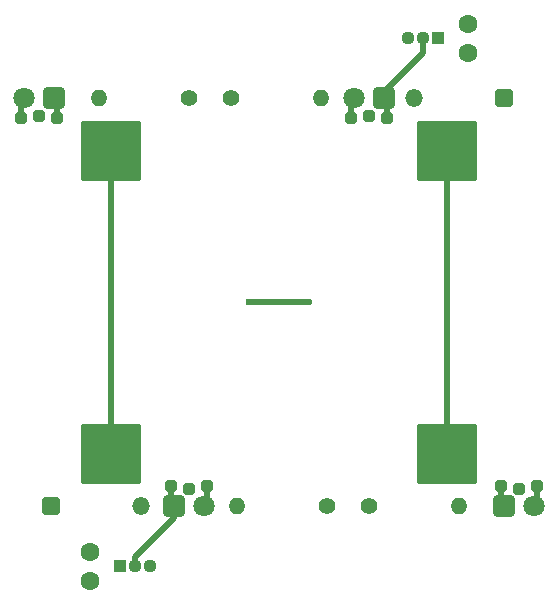
<source format=gbr>
%TF.GenerationSoftware,KiCad,Pcbnew,8.0.6-8.0.6-0~ubuntu24.04.1*%
%TF.CreationDate,2024-12-02T23:57:07-05:00*%
%TF.ProjectId,hack_badge,6861636b-5f62-4616-9467-652e6b696361,v1*%
%TF.SameCoordinates,Original*%
%TF.FileFunction,Copper,L1,Top*%
%TF.FilePolarity,Positive*%
%FSLAX46Y46*%
G04 Gerber Fmt 4.6, Leading zero omitted, Abs format (unit mm)*
G04 Created by KiCad (PCBNEW 8.0.6-8.0.6-0~ubuntu24.04.1) date 2024-12-02 23:57:07*
%MOMM*%
%LPD*%
G01*
G04 APERTURE LIST*
G04 Aperture macros list*
%AMRoundRect*
0 Rectangle with rounded corners*
0 $1 Rounding radius*
0 $2 $3 $4 $5 $6 $7 $8 $9 X,Y pos of 4 corners*
0 Add a 4 corners polygon primitive as box body*
4,1,4,$2,$3,$4,$5,$6,$7,$8,$9,$2,$3,0*
0 Add four circle primitives for the rounded corners*
1,1,$1+$1,$2,$3*
1,1,$1+$1,$4,$5*
1,1,$1+$1,$6,$7*
1,1,$1+$1,$8,$9*
0 Add four rect primitives between the rounded corners*
20,1,$1+$1,$2,$3,$4,$5,0*
20,1,$1+$1,$4,$5,$6,$7,0*
20,1,$1+$1,$6,$7,$8,$9,0*
20,1,$1+$1,$8,$9,$2,$3,0*%
G04 Aperture macros list end*
%TA.AperFunction,SMDPad,CuDef*%
%ADD10RoundRect,0.166667X-0.333333X-0.333333X0.333333X-0.333333X0.333333X0.333333X-0.333333X0.333333X0*%
%TD*%
%TA.AperFunction,ComponentPad*%
%ADD11RoundRect,0.250000X-0.650000X-0.650000X0.650000X-0.650000X0.650000X0.650000X-0.650000X0.650000X0*%
%TD*%
%TA.AperFunction,ComponentPad*%
%ADD12C,1.800000*%
%TD*%
%TA.AperFunction,SMDPad,CuDef*%
%ADD13RoundRect,0.250000X-0.250000X-0.250000X0.250000X-0.250000X0.250000X0.250000X-0.250000X0.250000X0*%
%TD*%
%TA.AperFunction,SMDPad,CuDef*%
%ADD14RoundRect,0.166667X0.333333X0.333333X-0.333333X0.333333X-0.333333X-0.333333X0.333333X-0.333333X0*%
%TD*%
%TA.AperFunction,ComponentPad*%
%ADD15RoundRect,0.250000X0.650000X0.650000X-0.650000X0.650000X-0.650000X-0.650000X0.650000X-0.650000X0*%
%TD*%
%TA.AperFunction,SMDPad,CuDef*%
%ADD16RoundRect,0.250000X0.250000X0.250000X-0.250000X0.250000X-0.250000X-0.250000X0.250000X-0.250000X0*%
%TD*%
%TA.AperFunction,ComponentPad*%
%ADD17RoundRect,0.250000X-2.300000X2.300000X-2.300000X-2.300000X2.300000X-2.300000X2.300000X2.300000X0*%
%TD*%
%TA.AperFunction,ComponentPad*%
%ADD18RoundRect,0.250000X2.300000X-2.300000X2.300000X2.300000X-2.300000X2.300000X-2.300000X-2.300000X0*%
%TD*%
%TA.AperFunction,ComponentPad*%
%ADD19C,1.400000*%
%TD*%
%TA.AperFunction,ComponentPad*%
%ADD20O,1.400000X1.400000*%
%TD*%
%TA.AperFunction,ComponentPad*%
%ADD21RoundRect,0.250000X0.500000X0.500000X-0.500000X0.500000X-0.500000X-0.500000X0.500000X-0.500000X0*%
%TD*%
%TA.AperFunction,ComponentPad*%
%ADD22O,1.500000X1.500000*%
%TD*%
%TA.AperFunction,ComponentPad*%
%ADD23C,1.600000*%
%TD*%
%TA.AperFunction,ComponentPad*%
%ADD24R,1.120000X1.120000*%
%TD*%
%TA.AperFunction,ComponentPad*%
%ADD25C,1.120000*%
%TD*%
%TA.AperFunction,ComponentPad*%
%ADD26RoundRect,0.250000X-0.500000X-0.500000X0.500000X-0.500000X0.500000X0.500000X-0.500000X0.500000X0*%
%TD*%
%TA.AperFunction,ViaPad*%
%ADD27C,0.600000*%
%TD*%
%TA.AperFunction,Conductor*%
%ADD28C,0.508000*%
%TD*%
G04 APERTURE END LIST*
D10*
%TO.P,D5,1,K*%
%TO.N,/GND*%
X95020000Y-91772000D03*
D11*
X95250000Y-93472000D03*
D12*
%TO.P,D5,2,A*%
%TO.N,/R3D5*%
X97790000Y-93472000D03*
D10*
X98020000Y-91772000D03*
D13*
%TO.P,D5,3*%
%TO.N,N/C*%
X96520000Y-91972000D03*
%TD*%
D14*
%TO.P,D3,1,K*%
%TO.N,/GND*%
X57380000Y-60628000D03*
D15*
X57150000Y-58928000D03*
D12*
%TO.P,D3,2,A*%
%TO.N,/R2D3*%
X54610000Y-58928000D03*
D14*
X54380000Y-60628000D03*
D16*
%TO.P,D3,3*%
%TO.N,N/C*%
X55880000Y-60428000D03*
%TD*%
D14*
%TO.P,D6,1,K*%
%TO.N,/GND*%
X85320000Y-60628000D03*
D15*
X85090000Y-58928000D03*
D12*
%TO.P,D6,2,A*%
%TO.N,/R4D6*%
X82550000Y-58928000D03*
D14*
X82320000Y-60628000D03*
D16*
%TO.P,D6,3*%
%TO.N,N/C*%
X83820000Y-60428000D03*
%TD*%
D10*
%TO.P,D2,1,K*%
%TO.N,/GND*%
X67080000Y-91772000D03*
D11*
X67310000Y-93472000D03*
D12*
%TO.P,D2,2,A*%
%TO.N,/R1D2*%
X69850000Y-93472000D03*
D10*
X70080000Y-91772000D03*
D13*
%TO.P,D2,3*%
%TO.N,N/C*%
X68580000Y-91972000D03*
%TD*%
D17*
%TO.P,BT1,1,+*%
%TO.N,/APOS*%
X61976000Y-63400000D03*
X61976000Y-89000000D03*
%TD*%
D18*
%TO.P,BT2,1,+*%
%TO.N,/BPOS*%
X90424000Y-89000000D03*
X90424000Y-63400000D03*
%TD*%
D19*
%TO.P,R1,1*%
%TO.N,/A3V*%
X80264000Y-93472000D03*
D20*
%TO.P,R1,2*%
%TO.N,/R1D2*%
X72644000Y-93472000D03*
%TD*%
D21*
%TO.P,D4,1,K*%
%TO.N,/BVDD*%
X95250000Y-58928000D03*
D22*
%TO.P,D4,2,A*%
%TO.N,/BPOS*%
X87630000Y-58928000D03*
%TD*%
D23*
%TO.P,C2,1*%
%TO.N,/BVDD*%
X92202000Y-55098000D03*
%TO.P,C2,2*%
%TO.N,/GND*%
X92202000Y-52598000D03*
%TD*%
D24*
%TO.P,U2,1,VDD*%
%TO.N,/BVDD*%
X89662000Y-53848000D03*
D25*
%TO.P,U2,2,GND*%
%TO.N,/GND*%
X88392000Y-53848000D03*
%TO.P,U2,3,OUT*%
%TO.N,/B3V*%
X87122000Y-53848000D03*
%TD*%
D24*
%TO.P,U1,1,VDD*%
%TO.N,/AVDD*%
X62738000Y-98552000D03*
D25*
%TO.P,U1,2,GND*%
%TO.N,/GND*%
X64008000Y-98552000D03*
%TO.P,U1,3,OUT*%
%TO.N,/A3V*%
X65278000Y-98552000D03*
%TD*%
D23*
%TO.P,C1,1*%
%TO.N,/AVDD*%
X60198000Y-97302000D03*
%TO.P,C1,2*%
%TO.N,/GND*%
X60198000Y-99802000D03*
%TD*%
D19*
%TO.P,R2,1*%
%TO.N,/A3V*%
X68580000Y-58928000D03*
D20*
%TO.P,R2,2*%
%TO.N,/R2D3*%
X60960000Y-58928000D03*
%TD*%
D19*
%TO.P,R3,1*%
%TO.N,/B3V*%
X83820000Y-93472000D03*
D20*
%TO.P,R3,2*%
%TO.N,/R3D5*%
X91440000Y-93472000D03*
%TD*%
D26*
%TO.P,D1,1,K*%
%TO.N,/AVDD*%
X56896000Y-93472000D03*
D22*
%TO.P,D1,2,A*%
%TO.N,/APOS*%
X64516000Y-93472000D03*
%TD*%
D19*
%TO.P,R4,1*%
%TO.N,/B3V*%
X72136000Y-58928000D03*
D20*
%TO.P,R4,2*%
%TO.N,/R4D6*%
X79756000Y-58928000D03*
%TD*%
D27*
%TO.N,/GND*%
X73660000Y-76200000D03*
X78740000Y-76200000D03*
%TD*%
D28*
%TO.N,/GND*%
X88392000Y-55118000D02*
X85090000Y-58420000D01*
X85320000Y-59158000D02*
X85090000Y-58928000D01*
%TO.N,/R4D6*%
X82320000Y-60628000D02*
X82320000Y-59158000D01*
%TO.N,/GND*%
X85320000Y-60628000D02*
X85320000Y-59158000D01*
%TO.N,/R4D6*%
X82320000Y-59158000D02*
X82550000Y-58928000D01*
%TO.N,/GND*%
X88392000Y-53848000D02*
X88392000Y-55118000D01*
X85090000Y-58420000D02*
X85090000Y-58928000D01*
%TO.N,/R2D3*%
X54380000Y-60628000D02*
X54380000Y-59158000D01*
%TO.N,/GND*%
X57380000Y-59158000D02*
X57150000Y-58928000D01*
X57380000Y-60628000D02*
X57380000Y-59158000D01*
%TO.N,/R2D3*%
X54380000Y-59158000D02*
X54610000Y-58928000D01*
%TO.N,/R3D5*%
X98020000Y-91772000D02*
X98020000Y-93242000D01*
%TO.N,/GND*%
X95020000Y-93242000D02*
X95250000Y-93472000D01*
%TO.N,/R3D5*%
X98020000Y-93242000D02*
X97790000Y-93472000D01*
%TO.N,/GND*%
X95020000Y-91772000D02*
X95020000Y-93242000D01*
X64008000Y-98552000D02*
X64008000Y-97790000D01*
X67080000Y-91772000D02*
X67080000Y-93242000D01*
X67080000Y-93242000D02*
X67310000Y-93472000D01*
%TO.N,/R1D2*%
X70080000Y-91772000D02*
X70080000Y-93242000D01*
%TO.N,/GND*%
X64008000Y-97790000D02*
X67310000Y-94488000D01*
%TO.N,/R1D2*%
X70080000Y-93242000D02*
X69850000Y-93472000D01*
%TO.N,/GND*%
X67310000Y-94488000D02*
X67310000Y-93472000D01*
%TO.N,/APOS*%
X61976000Y-89000000D02*
X61976000Y-63400000D01*
%TO.N,/GND*%
X73660000Y-76200000D02*
X78740000Y-76200000D01*
%TO.N,/BPOS*%
X90424000Y-63400000D02*
X90424000Y-89000000D01*
%TD*%
M02*

</source>
